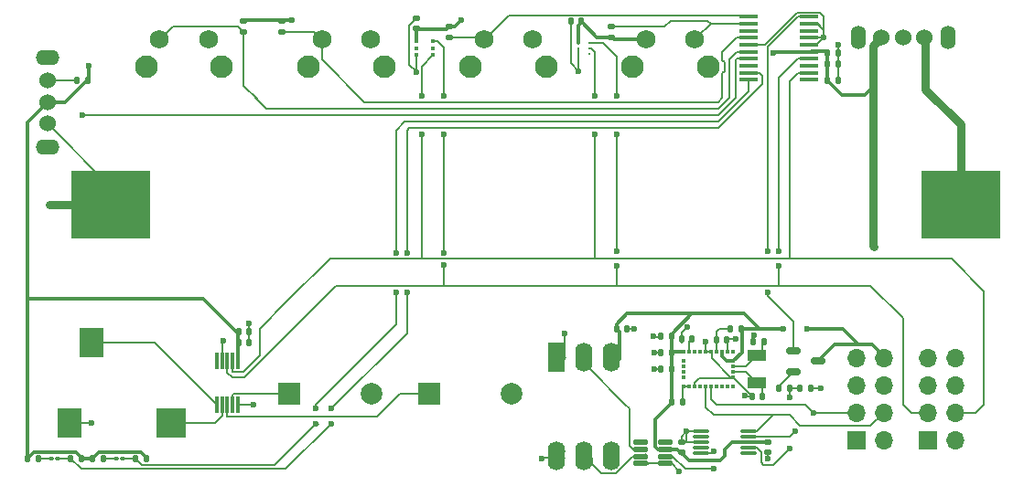
<source format=gbr>
%TF.GenerationSoftware,KiCad,Pcbnew,8.0.3*%
%TF.CreationDate,2024-07-03T21:33:09+01:00*%
%TF.ProjectId,Peanut,5065616e-7574-42e6-9b69-6361645f7063,rev?*%
%TF.SameCoordinates,Original*%
%TF.FileFunction,Copper,L1,Top*%
%TF.FilePolarity,Positive*%
%FSLAX46Y46*%
G04 Gerber Fmt 4.6, Leading zero omitted, Abs format (unit mm)*
G04 Created by KiCad (PCBNEW 8.0.3) date 2024-07-03 21:33:09*
%MOMM*%
%LPD*%
G01*
G04 APERTURE LIST*
G04 Aperture macros list*
%AMRoundRect*
0 Rectangle with rounded corners*
0 $1 Rounding radius*
0 $2 $3 $4 $5 $6 $7 $8 $9 X,Y pos of 4 corners*
0 Add a 4 corners polygon primitive as box body*
4,1,4,$2,$3,$4,$5,$6,$7,$8,$9,$2,$3,0*
0 Add four circle primitives for the rounded corners*
1,1,$1+$1,$2,$3*
1,1,$1+$1,$4,$5*
1,1,$1+$1,$6,$7*
1,1,$1+$1,$8,$9*
0 Add four rect primitives between the rounded corners*
20,1,$1+$1,$2,$3,$4,$5,0*
20,1,$1+$1,$4,$5,$6,$7,0*
20,1,$1+$1,$6,$7,$8,$9,0*
20,1,$1+$1,$8,$9,$2,$3,0*%
G04 Aperture macros list end*
%TA.AperFunction,ComponentPad*%
%ADD10R,1.700000X1.700000*%
%TD*%
%TA.AperFunction,ComponentPad*%
%ADD11O,1.700000X1.700000*%
%TD*%
%TA.AperFunction,SMDPad,CuDef*%
%ADD12R,7.340000X6.350000*%
%TD*%
%TA.AperFunction,SMDPad,CuDef*%
%ADD13RoundRect,0.140000X0.140000X0.170000X-0.140000X0.170000X-0.140000X-0.170000X0.140000X-0.170000X0*%
%TD*%
%TA.AperFunction,SMDPad,CuDef*%
%ADD14R,1.800000X1.000000*%
%TD*%
%TA.AperFunction,SMDPad,CuDef*%
%ADD15RoundRect,0.150000X-0.512500X-0.150000X0.512500X-0.150000X0.512500X0.150000X-0.512500X0.150000X0*%
%TD*%
%TA.AperFunction,SMDPad,CuDef*%
%ADD16RoundRect,0.135000X-0.135000X-0.185000X0.135000X-0.185000X0.135000X0.185000X-0.135000X0.185000X0*%
%TD*%
%TA.AperFunction,SMDPad,CuDef*%
%ADD17R,0.406400X0.304800*%
%TD*%
%TA.AperFunction,SMDPad,CuDef*%
%ADD18RoundRect,0.140000X-0.140000X-0.170000X0.140000X-0.170000X0.140000X0.170000X-0.140000X0.170000X0*%
%TD*%
%TA.AperFunction,ComponentPad*%
%ADD19O,1.400000X2.200000*%
%TD*%
%TA.AperFunction,ComponentPad*%
%ADD20C,1.524000*%
%TD*%
%TA.AperFunction,SMDPad,CuDef*%
%ADD21R,1.676400X0.355600*%
%TD*%
%TA.AperFunction,SMDPad,CuDef*%
%ADD22R,0.431800X0.304800*%
%TD*%
%TA.AperFunction,SMDPad,CuDef*%
%ADD23R,0.304800X0.431800*%
%TD*%
%TA.AperFunction,SMDPad,CuDef*%
%ADD24C,0.260000*%
%TD*%
%TA.AperFunction,ComponentPad*%
%ADD25C,1.750000*%
%TD*%
%TA.AperFunction,ComponentPad*%
%ADD26C,2.100000*%
%TD*%
%TA.AperFunction,SMDPad,CuDef*%
%ADD27RoundRect,0.125000X-0.537500X-0.125000X0.537500X-0.125000X0.537500X0.125000X-0.537500X0.125000X0*%
%TD*%
%TA.AperFunction,SMDPad,CuDef*%
%ADD28R,2.800000X2.800000*%
%TD*%
%TA.AperFunction,SMDPad,CuDef*%
%ADD29R,2.200000X2.800000*%
%TD*%
%TA.AperFunction,ComponentPad*%
%ADD30O,2.200000X1.400000*%
%TD*%
%TA.AperFunction,SMDPad,CuDef*%
%ADD31RoundRect,0.135000X0.185000X-0.135000X0.185000X0.135000X-0.185000X0.135000X-0.185000X-0.135000X0*%
%TD*%
%TA.AperFunction,SMDPad,CuDef*%
%ADD32RoundRect,0.100000X0.130000X0.100000X-0.130000X0.100000X-0.130000X-0.100000X0.130000X-0.100000X0*%
%TD*%
%TA.AperFunction,SMDPad,CuDef*%
%ADD33R,0.330200X1.524000*%
%TD*%
%TA.AperFunction,SMDPad,CuDef*%
%ADD34RoundRect,0.135000X0.135000X0.185000X-0.135000X0.185000X-0.135000X-0.185000X0.135000X-0.185000X0*%
%TD*%
%TA.AperFunction,SMDPad,CuDef*%
%ADD35RoundRect,0.140000X0.170000X-0.140000X0.170000X0.140000X-0.170000X0.140000X-0.170000X-0.140000X0*%
%TD*%
%TA.AperFunction,SMDPad,CuDef*%
%ADD36RoundRect,0.135000X-0.185000X0.135000X-0.185000X-0.135000X0.185000X-0.135000X0.185000X0.135000X0*%
%TD*%
%TA.AperFunction,SMDPad,CuDef*%
%ADD37RoundRect,0.075000X-0.650000X-0.075000X0.650000X-0.075000X0.650000X0.075000X-0.650000X0.075000X0*%
%TD*%
%TA.AperFunction,ComponentPad*%
%ADD38C,2.000000*%
%TD*%
%TA.AperFunction,ComponentPad*%
%ADD39R,2.000000X2.000000*%
%TD*%
%TA.AperFunction,SMDPad,CuDef*%
%ADD40R,1.600000X2.700000*%
%TD*%
%TA.AperFunction,SMDPad,CuDef*%
%ADD41O,1.600000X2.700000*%
%TD*%
%TA.AperFunction,SMDPad,CuDef*%
%ADD42RoundRect,0.140000X-0.170000X0.140000X-0.170000X-0.140000X0.170000X-0.140000X0.170000X0.140000X0*%
%TD*%
%TA.AperFunction,ViaPad*%
%ADD43C,0.600000*%
%TD*%
%TA.AperFunction,Conductor*%
%ADD44C,0.150000*%
%TD*%
%TA.AperFunction,Conductor*%
%ADD45C,0.200000*%
%TD*%
%TA.AperFunction,Conductor*%
%ADD46C,0.300000*%
%TD*%
%TA.AperFunction,Conductor*%
%ADD47C,0.762000*%
%TD*%
G04 APERTURE END LIST*
D10*
%TO.P,J2,1,Pin_1*%
%TO.N,GND*%
X178850000Y-85300000D03*
D11*
%TO.P,J2,2,Pin_2*%
%TO.N,UART_TX*%
X181390000Y-85300000D03*
%TO.P,J2,3,Pin_3*%
%TO.N,SDA*%
X178850000Y-82760000D03*
%TO.P,J2,4,Pin_4*%
%TO.N,SCL*%
X181390000Y-82760000D03*
%TO.P,J2,5,Pin_5*%
%TO.N,Net-(J1-Pin_5)*%
X178850000Y-80220000D03*
%TO.P,J2,6,Pin_6*%
%TO.N,Net-(J1-Pin_6)*%
X181390000Y-80220000D03*
%TO.P,J2,7,Pin_7*%
%TO.N,UART_RX*%
X178850000Y-77680000D03*
%TO.P,J2,8,Pin_8*%
%TO.N,+3V3*%
X181390000Y-77680000D03*
%TD*%
D12*
%TO.P,BT1,2,-*%
%TO.N,GND*%
X103170000Y-63500000D03*
%TO.P,BT1,1,+*%
%TO.N,Net-(BT1-+)*%
X181830000Y-63500000D03*
%TD*%
D13*
%TO.P,C5,2*%
%TO.N,GND*%
X154120000Y-78700000D03*
%TO.P,C5,1*%
%TO.N,+3V3*%
X155080000Y-78700000D03*
%TD*%
D14*
%TO.P,Y1,2*%
%TO.N,Net-(U1-XOUT32{slash}CLKSEL1)*%
X163000000Y-80000000D03*
%TO.P,Y1,1*%
%TO.N,Net-(U1-XIN32)*%
X163000000Y-77500000D03*
%TD*%
D15*
%TO.P,Q1,3,C*%
%TO.N,+3V3*%
X168637500Y-78000000D03*
%TO.P,Q1,2,E*%
%TO.N,Net-(Q1-E)*%
X166362500Y-78950000D03*
%TO.P,Q1,1,B*%
%TO.N,/DigitalMuxer/P2*%
X166362500Y-77050000D03*
%TD*%
D16*
%TO.P,R14,2*%
%TO.N,Net-(U7-AIN3)*%
X166010000Y-80500000D03*
%TO.P,R14,1*%
%TO.N,Net-(Q1-E)*%
X164990000Y-80500000D03*
%TD*%
D17*
%TO.P,U4,6,SDA*%
%TO.N,SDA*%
X133049400Y-48350001D03*
%TO.P,U4,5,INT*%
%TO.N,/Light Sensor/INT*%
X133049400Y-49000000D03*
%TO.P,U4,4,SCL*%
%TO.N,SCL*%
X133049400Y-49649999D03*
%TO.P,U4,3,GND*%
%TO.N,GND*%
X131500000Y-49649999D03*
%TO.P,U4,2,NC*%
%TO.N,unconnected-(U4-NC-Pad2)*%
X131500000Y-49000000D03*
%TO.P,U4,1,VDD*%
%TO.N,+3V3*%
X131500000Y-48350001D03*
%TD*%
D18*
%TO.P,C2,2*%
%TO.N,Net-(U1-CAP)*%
X156980000Y-75950000D03*
%TO.P,C2,1*%
%TO.N,GND*%
X156020000Y-75950000D03*
%TD*%
D16*
%TO.P,R1,2*%
%TO.N,+3V3*%
X161510000Y-75000000D03*
%TO.P,R1,1*%
%TO.N,Net-(U1-BOOTN)*%
X160490000Y-75000000D03*
%TD*%
D13*
%TO.P,C4,2*%
%TO.N,GND*%
X154120000Y-77200000D03*
%TO.P,C4,1*%
%TO.N,+3V3*%
X155080000Y-77200000D03*
%TD*%
D18*
%TO.P,C10,1*%
%TO.N,+3V3*%
X169520000Y-51950000D03*
%TO.P,C10,2*%
%TO.N,GND*%
X170480000Y-51950000D03*
%TD*%
D19*
%TO.P,SW6,5*%
%TO.N,N/C*%
X180650000Y-48000000D03*
%TO.P,SW6,4*%
X172350000Y-48000000D03*
D20*
%TO.P,SW6,3*%
%TO.N,+3V3*%
X174500000Y-48000000D03*
%TO.P,SW6,2*%
%TO.N,unconnected-(SW6-Pad2)*%
X176500000Y-48000000D03*
%TO.P,SW6,1*%
%TO.N,Net-(BT1-+)*%
X178500000Y-48000000D03*
%TD*%
D13*
%TO.P,C11,2*%
%TO.N,GND*%
X145795000Y-46500000D03*
%TO.P,C11,1*%
%TO.N,+3V3*%
X146755000Y-46500000D03*
%TD*%
D21*
%TO.P,U2,20,P7*%
%TO.N,Net-(D2-K)*%
X162180600Y-51924998D03*
%TO.P,U2,19,P6*%
%TO.N,Net-(D1-K)*%
X162180600Y-51274999D03*
%TO.P,U2,18,NC*%
%TO.N,unconnected-(U2-NC-Pad18)*%
X162180600Y-50624998D03*
%TO.P,U2,17,P5*%
%TO.N,Net-(U2-P5)*%
X162180600Y-49974999D03*
%TO.P,U2,16,P4*%
%TO.N,Net-(U2-P4)*%
X162180600Y-49324998D03*
%TO.P,U2,15,GND*%
%TO.N,GND*%
X162180600Y-48674999D03*
%TO.P,U2,14,P3*%
%TO.N,Net-(U2-P3)*%
X162180600Y-48024998D03*
%TO.P,U2,13,NC*%
%TO.N,unconnected-(U2-NC-Pad13)*%
X162180600Y-47374999D03*
%TO.P,U2,12,P2*%
%TO.N,Net-(U2-P2)*%
X162180600Y-46724998D03*
%TO.P,U2,11,P1*%
%TO.N,Net-(U2-P1)*%
X162180600Y-46075000D03*
%TO.P,U2,10,P0*%
%TO.N,/DigitalMuxer/P2*%
X167819400Y-46075002D03*
%TO.P,U2,9,A2*%
%TO.N,GND*%
X167819400Y-46725001D03*
%TO.P,U2,8,NC*%
%TO.N,unconnected-(U2-NC-Pad8)*%
X167819400Y-47375002D03*
%TO.P,U2,7,A1*%
%TO.N,GND*%
X167819400Y-48025001D03*
%TO.P,U2,6,A0*%
X167819400Y-48675002D03*
%TO.P,U2,5,VCC*%
%TO.N,+3V3*%
X167819400Y-49325001D03*
%TO.P,U2,4,SDA*%
%TO.N,SDA*%
X167819400Y-49974999D03*
%TO.P,U2,3,NC*%
%TO.N,unconnected-(U2-NC-Pad3)*%
X167819400Y-50625001D03*
%TO.P,U2,2,SCL*%
%TO.N,SCL*%
X167819400Y-51274999D03*
%TO.P,U2,1,\u002AINT*%
%TO.N,/DigitalMuxer/~{INT}*%
X167819400Y-51925000D03*
%TD*%
D13*
%TO.P,C3,2*%
%TO.N,GND*%
X154120000Y-75700000D03*
%TO.P,C3,1*%
%TO.N,+3V3*%
X155080000Y-75700000D03*
%TD*%
D22*
%TO.P,U1,28,VDDIO*%
%TO.N,+3V3*%
X160786000Y-77999999D03*
%TO.P,U1,27,XIN32*%
%TO.N,Net-(U1-XIN32)*%
X160786000Y-78500000D03*
%TO.P,U1,26,XOUT32/CLKSEL1*%
%TO.N,Net-(U1-XOUT32{slash}CLKSEL1)*%
X160786000Y-79000000D03*
%TO.P,U1,25,GNDIO*%
%TO.N,GND*%
X160786000Y-79500001D03*
D23*
%TO.P,U1,24,RESV_NC*%
%TO.N,unconnected-(U1-RESV_NC-Pad24)*%
X160750001Y-80337500D03*
%TO.P,U1,23,RESV_NC*%
%TO.N,unconnected-(U1-RESV_NC-Pad23)*%
X160249999Y-80337500D03*
%TO.P,U1,22,RESV_NC*%
%TO.N,unconnected-(U1-RESV_NC-Pad22)*%
X159750000Y-80337500D03*
%TO.P,U1,21,RESV_NC*%
%TO.N,unconnected-(U1-RESV_NC-Pad21)*%
X159250001Y-80337500D03*
%TO.P,U1,20,H_SDA/H_MISO/TX*%
%TO.N,SDA*%
X158750000Y-80337500D03*
%TO.P,U1,19,H_SCL/SCK/RX*%
%TO.N,SCL*%
X158250000Y-80337500D03*
%TO.P,U1,18,H_CSN*%
%TO.N,unconnected-(U1-H_CSN-Pad18)*%
X157749999Y-80337500D03*
%TO.P,U1,17,SA0/H_MOSI*%
%TO.N,GND*%
X157250000Y-80337500D03*
%TO.P,U1,16,S_SDA*%
%TO.N,Net-(U1-S_SCL)*%
X156750001Y-80337500D03*
%TO.P,U1,15,S_SCL*%
X156249999Y-80337500D03*
D22*
%TO.P,U1,14,H_INTN*%
%TO.N,/Motion Sensor/INT*%
X156214000Y-79500001D03*
%TO.P,U1,13,RESV_NC*%
%TO.N,unconnected-(U1-RESV_NC-Pad13)*%
X156214000Y-79000000D03*
%TO.P,U1,12,RESV_NC*%
%TO.N,unconnected-(U1-RESV_NC-Pad12)*%
X156214000Y-78500000D03*
%TO.P,U1,11,NRST*%
%TO.N,/Motion Sensor/RST*%
X156214000Y-77999999D03*
D23*
%TO.P,U1,10,CLKSEL0*%
%TO.N,+3V3*%
X156249999Y-77162500D03*
%TO.P,U1,9,CAP*%
%TO.N,Net-(U1-CAP)*%
X156750001Y-77162500D03*
%TO.P,U1,8,RESV_NC*%
%TO.N,unconnected-(U1-RESV_NC-Pad8)*%
X157250000Y-77162500D03*
%TO.P,U1,7,RESV_NC*%
%TO.N,unconnected-(U1-RESV_NC-Pad7)*%
X157749999Y-77162500D03*
%TO.P,U1,6,PS0/WAKE*%
%TO.N,GND*%
X158250000Y-77162500D03*
%TO.P,U1,5,PS1*%
X158750000Y-77162500D03*
%TO.P,U1,4,BOOTN*%
%TO.N,Net-(U1-BOOTN)*%
X159250001Y-77162500D03*
%TO.P,U1,3,VDD*%
%TO.N,+3V3*%
X159750000Y-77162500D03*
%TO.P,U1,2,GND*%
%TO.N,GND*%
X160249999Y-77162500D03*
%TO.P,U1,1,RESV_NC*%
%TO.N,unconnected-(U1-RESV_NC-Pad1)*%
X160750001Y-77162500D03*
%TD*%
D18*
%TO.P,C1,2*%
%TO.N,GND*%
X160180000Y-76000000D03*
%TO.P,C1,1*%
%TO.N,Net-(U1-BOOTN)*%
X159220000Y-76000000D03*
%TD*%
D24*
%TO.P,U3,C2,DRDY/INT*%
%TO.N,/Temperature and Humidity/INT*%
X147500000Y-49500000D03*
%TO.P,U3,C1,GND*%
%TO.N,GND*%
X146500000Y-49500000D03*
%TO.P,U3,B2,SCL*%
%TO.N,SCL*%
X147500000Y-49000000D03*
%TO.P,U3,B1,ADDR*%
%TO.N,GND*%
X146500000Y-49000000D03*
%TO.P,U3,A2,SDA*%
%TO.N,SDA*%
X147500000Y-48500000D03*
%TO.P,U3,A1,VDD*%
%TO.N,+3V3*%
X146500000Y-48500000D03*
%TD*%
D13*
%TO.P,C6,2*%
%TO.N,GND*%
X162670000Y-76200000D03*
%TO.P,C6,1*%
%TO.N,Net-(U1-XIN32)*%
X163630000Y-76200000D03*
%TD*%
D25*
%TO.P,SW1,2*%
%TO.N,+3V3*%
X112225000Y-48212500D03*
%TO.P,SW1,1*%
%TO.N,Net-(U2-P4)*%
X107725000Y-48212500D03*
D26*
%TO.P,SW1,*%
%TO.N,*%
X113485000Y-50702500D03*
X106475000Y-50702500D03*
%TD*%
D16*
%TO.P,R11,2*%
%TO.N,Net-(D1-A)*%
X96510000Y-87000000D03*
%TO.P,R11,1*%
%TO.N,+3V3*%
X95490000Y-87000000D03*
%TD*%
D18*
%TO.P,C13,2*%
%TO.N,GND*%
X150980000Y-75000000D03*
%TO.P,C13,1*%
%TO.N,+3V3*%
X150020000Y-75000000D03*
%TD*%
D13*
%TO.P,C14,2*%
%TO.N,+3V3*%
X115040000Y-76300000D03*
%TO.P,C14,1*%
%TO.N,GND*%
X116000000Y-76300000D03*
%TD*%
D27*
%TO.P,U8,1,GS*%
%TO.N,unconnected-(U8-GS-Pad1)*%
X152262500Y-85525000D03*
%TO.P,U8,2,-*%
%TO.N,Net-(U6-VOUT+)*%
X152262500Y-86175000D03*
%TO.P,U8,3,+*%
%TO.N,Net-(U6-VOUT-)*%
X152262500Y-86825000D03*
%TO.P,U8,4,V-*%
%TO.N,GND*%
X152262500Y-87475000D03*
%TO.P,U8,5,REF*%
X154537500Y-87475000D03*
%TO.P,U8,6*%
%TO.N,Net-(U7-AIN1)*%
X154537500Y-86825000D03*
%TO.P,U8,7,V+*%
%TO.N,+3V3*%
X154537500Y-86175000D03*
%TO.P,U8,8,~{SHDN}*%
%TO.N,/Pressure and ADC/~{SHDN}*%
X154537500Y-85525000D03*
%TD*%
D28*
%TO.P,J3,T*%
%TO.N,Net-(U5-VOUTB)*%
X108800000Y-83700000D03*
D29*
%TO.P,J3,S*%
%TO.N,GND*%
X99400000Y-83700000D03*
%TO.P,J3,R*%
%TO.N,Net-(U5-VOUTA)*%
X101400000Y-76300000D03*
%TD*%
D13*
%TO.P,C15,2*%
%TO.N,+3V3*%
X115040000Y-75300000D03*
%TO.P,C15,1*%
%TO.N,GND*%
X116000000Y-75300000D03*
%TD*%
D11*
%TO.P,J1,8,Pin_8*%
%TO.N,+3V3*%
X174750000Y-77680000D03*
%TO.P,J1,7,Pin_7*%
%TO.N,UART_RX*%
X172210000Y-77680000D03*
%TO.P,J1,6,Pin_6*%
%TO.N,Net-(J1-Pin_6)*%
X174750000Y-80220000D03*
%TO.P,J1,5,Pin_5*%
%TO.N,Net-(J1-Pin_5)*%
X172210000Y-80220000D03*
%TO.P,J1,4,Pin_4*%
%TO.N,SCL*%
X174750000Y-82760000D03*
%TO.P,J1,3,Pin_3*%
%TO.N,SDA*%
X172210000Y-82760000D03*
%TO.P,J1,2,Pin_2*%
%TO.N,UART_TX*%
X174750000Y-85300000D03*
D10*
%TO.P,J1,1,Pin_1*%
%TO.N,GND*%
X172210000Y-85300000D03*
%TD*%
D30*
%TO.P,SW5,5*%
%TO.N,N/C*%
X97325000Y-49850000D03*
%TO.P,SW5,4*%
X97325000Y-58150000D03*
D20*
%TO.P,SW5,3*%
%TO.N,GND*%
X97325000Y-56000000D03*
%TO.P,SW5,2*%
%TO.N,+3V3*%
X97325000Y-54000000D03*
%TO.P,SW5,1*%
%TO.N,Net-(U2-P5)*%
X97325000Y-52000000D03*
%TD*%
D31*
%TO.P,R6,2*%
%TO.N,Net-(U2-P2)*%
X149500000Y-46990000D03*
%TO.P,R6,1*%
%TO.N,+3V3*%
X149500000Y-48010000D03*
%TD*%
D26*
%TO.P,SW2,*%
%TO.N,*%
X121475000Y-50702500D03*
X128485000Y-50702500D03*
D25*
%TO.P,SW2,1*%
%TO.N,Net-(U2-P3)*%
X122725000Y-48212500D03*
%TO.P,SW2,2*%
%TO.N,+3V3*%
X127225000Y-48212500D03*
%TD*%
D32*
%TO.P,D1,2,A*%
%TO.N,Net-(D1-A)*%
X97680000Y-87000000D03*
%TO.P,D1,1,K*%
%TO.N,Net-(D1-K)*%
X98320000Y-87000000D03*
%TD*%
D25*
%TO.P,SW4,2*%
%TO.N,Net-(U2-P2)*%
X157225000Y-48212500D03*
%TO.P,SW4,1*%
%TO.N,+3V3*%
X152725000Y-48212500D03*
D26*
%TO.P,SW4,*%
%TO.N,*%
X158485000Y-50702500D03*
X151475000Y-50702500D03*
%TD*%
D33*
%TO.P,U5,10,VSS*%
%TO.N,GND*%
X115000001Y-82044700D03*
%TO.P,U5,9,VOUTD*%
%TO.N,Net-(BZ1-+)*%
X114499999Y-82044700D03*
%TO.P,U5,8,VOUTC*%
%TO.N,Net-(BZ2-+)*%
X114000000Y-82044700D03*
%TO.P,U5,7,VOUTB*%
%TO.N,Net-(U5-VOUTB)*%
X113500001Y-82044700D03*
%TO.P,U5,6,VOUTA*%
%TO.N,Net-(U5-VOUTA)*%
X112999999Y-82044700D03*
%TO.P,U5,5,RDY/~{BSY}*%
%TO.N,/DAC and Sound/RDY{slash}~{BSY}*%
X112999999Y-77955300D03*
%TO.P,U5,4,~{LDAC}*%
%TO.N,GND*%
X113500001Y-77955300D03*
%TO.P,U5,3,SDA*%
%TO.N,SDA*%
X114000000Y-77955300D03*
%TO.P,U5,2,SCL*%
%TO.N,SCL*%
X114499999Y-77955300D03*
%TO.P,U5,1,VDD*%
%TO.N,+3V3*%
X115000001Y-77955300D03*
%TD*%
D34*
%TO.P,R7,1*%
%TO.N,+3V3*%
X101110000Y-52000000D03*
%TO.P,R7,2*%
%TO.N,Net-(U2-P5)*%
X100090000Y-52000000D03*
%TD*%
D35*
%TO.P,C12,2*%
%TO.N,GND*%
X131500000Y-46220000D03*
%TO.P,C12,1*%
%TO.N,+3V3*%
X131500000Y-47180000D03*
%TD*%
D36*
%TO.P,R5,2*%
%TO.N,Net-(U2-P1)*%
X134500000Y-48010000D03*
%TO.P,R5,1*%
%TO.N,+3V3*%
X134500000Y-46990000D03*
%TD*%
D16*
%TO.P,R15,2*%
%TO.N,GND*%
X168010000Y-80500000D03*
%TO.P,R15,1*%
%TO.N,Net-(U7-AIN3)*%
X166990000Y-80500000D03*
%TD*%
D34*
%TO.P,R10,2*%
%TO.N,Net-(D1-K)*%
X99490000Y-87000000D03*
%TO.P,R10,1*%
%TO.N,+3V3*%
X100510000Y-87000000D03*
%TD*%
D36*
%TO.P,R3,2*%
%TO.N,Net-(U2-P4)*%
X115500000Y-47510000D03*
%TO.P,R3,1*%
%TO.N,+3V3*%
X115500000Y-46490000D03*
%TD*%
D18*
%TO.P,C8,1*%
%TO.N,+3V3*%
X169520000Y-49450000D03*
%TO.P,C8,2*%
%TO.N,GND*%
X170480000Y-49450000D03*
%TD*%
D36*
%TO.P,R4,2*%
%TO.N,Net-(U2-P3)*%
X119000000Y-47510000D03*
%TO.P,R4,1*%
%TO.N,+3V3*%
X119000000Y-46490000D03*
%TD*%
D18*
%TO.P,C9,1*%
%TO.N,+3V3*%
X169520000Y-50450000D03*
%TO.P,C9,2*%
%TO.N,GND*%
X170480000Y-50450000D03*
%TD*%
D37*
%TO.P,U7,10,SCL*%
%TO.N,SCL*%
X162200000Y-84500000D03*
%TO.P,U7,9,SDA*%
%TO.N,SDA*%
X162200000Y-85000000D03*
%TO.P,U7,8,VDD*%
%TO.N,+3V3*%
X162200000Y-85500000D03*
%TO.P,U7,7,AIN3*%
%TO.N,Net-(U7-AIN3)*%
X162200000Y-86000000D03*
%TO.P,U7,6,AIN2*%
%TO.N,unconnected-(U7-AIN2-Pad6)*%
X162200000Y-86500000D03*
%TO.P,U7,5,AIN1*%
%TO.N,Net-(U7-AIN1)*%
X157800000Y-86500000D03*
%TO.P,U7,4,AIN0*%
%TO.N,unconnected-(U7-AIN0-Pad4)*%
X157800000Y-86000000D03*
%TO.P,U7,3,GND*%
%TO.N,GND*%
X157800000Y-85500000D03*
%TO.P,U7,2,ALERT/RDY*%
%TO.N,/Pressure and ADC/ALERT{slash}RDY*%
X157800000Y-85000000D03*
%TO.P,U7,1,ADDR*%
%TO.N,GND*%
X157800000Y-84500000D03*
%TD*%
D38*
%TO.P,BZ1,2,-*%
%TO.N,GND*%
X127300000Y-81000000D03*
D39*
%TO.P,BZ1,1,+*%
%TO.N,Net-(BZ1-+)*%
X119700000Y-81000000D03*
%TD*%
D34*
%TO.P,R9,2*%
%TO.N,Net-(D2-K)*%
X105490000Y-87000000D03*
%TO.P,R9,1*%
%TO.N,+3V3*%
X106510000Y-87000000D03*
%TD*%
D13*
%TO.P,C7,2*%
%TO.N,GND*%
X162570000Y-81300000D03*
%TO.P,C7,1*%
%TO.N,Net-(U1-XOUT32{slash}CLKSEL1)*%
X163530000Y-81300000D03*
%TD*%
D16*
%TO.P,R2,2*%
%TO.N,Net-(U1-S_SCL)*%
X156110000Y-81800000D03*
%TO.P,R2,1*%
%TO.N,+3V3*%
X155090000Y-81800000D03*
%TD*%
D32*
%TO.P,D2,2,A*%
%TO.N,Net-(D2-A)*%
X103680000Y-87000000D03*
%TO.P,D2,1,K*%
%TO.N,Net-(D2-K)*%
X104320000Y-87000000D03*
%TD*%
D16*
%TO.P,R12,2*%
%TO.N,Net-(D2-A)*%
X102510000Y-87000000D03*
%TO.P,R12,1*%
%TO.N,+3V3*%
X101490000Y-87000000D03*
%TD*%
D25*
%TO.P,SW3,2*%
%TO.N,+3V3*%
X142225000Y-48212500D03*
%TO.P,SW3,1*%
%TO.N,Net-(U2-P1)*%
X137725000Y-48212500D03*
D26*
%TO.P,SW3,*%
%TO.N,*%
X143485000Y-50702500D03*
X136475000Y-50702500D03*
%TD*%
D40*
%TO.P,U6,1,GND*%
%TO.N,GND*%
X144460000Y-77600000D03*
D41*
%TO.P,U6,2,VOUT+*%
%TO.N,Net-(U6-VOUT+)*%
X147000000Y-77600000D03*
%TO.P,U6,3,VIN+*%
%TO.N,+3V3*%
X149540000Y-77600000D03*
%TO.P,U6,4,NC*%
%TO.N,unconnected-(U6-NC-Pad4)*%
X149540000Y-86800000D03*
%TO.P,U6,5,VOUT-*%
%TO.N,Net-(U6-VOUT-)*%
X147000000Y-86800000D03*
%TO.P,U6,6,GND*%
%TO.N,GND*%
X144460000Y-86800000D03*
%TD*%
D42*
%TO.P,C17,1*%
%TO.N,+3V3*%
X164000000Y-85520000D03*
%TO.P,C17,2*%
%TO.N,GND*%
X164000000Y-86480000D03*
%TD*%
D38*
%TO.P,BZ2,2,-*%
%TO.N,GND*%
X140300000Y-81000000D03*
D39*
%TO.P,BZ2,1,+*%
%TO.N,Net-(BZ2-+)*%
X132700000Y-81000000D03*
%TD*%
D35*
%TO.P,C16,1*%
%TO.N,+3V3*%
X156000000Y-86480000D03*
%TO.P,C16,2*%
%TO.N,GND*%
X156000000Y-85520000D03*
%TD*%
D43*
%TO.N,GND*%
X131473000Y-51200000D03*
X143100000Y-87000000D03*
X145200000Y-75400000D03*
X116000000Y-74500000D03*
X101400000Y-83700000D03*
X97500000Y-63500000D03*
X146500000Y-51100000D03*
X169200000Y-48000000D03*
X170475000Y-48650000D03*
X168900000Y-80500000D03*
X164000000Y-87073000D03*
X155800000Y-88200000D03*
X156500000Y-84500000D03*
X161900000Y-81200000D03*
X162700000Y-75577000D03*
X161023000Y-75950000D03*
X158200000Y-76200000D03*
X156525000Y-74875000D03*
X151600000Y-75000000D03*
X153400000Y-75700000D03*
X153500000Y-77200000D03*
X153500000Y-78700000D03*
X113600000Y-76100000D03*
X116400000Y-82000000D03*
%TO.N,+3V3*%
X167600000Y-75000000D03*
X165400000Y-75000000D03*
X135600000Y-46400000D03*
X120000000Y-46400000D03*
X101200000Y-50600000D03*
X164527000Y-49400000D03*
X173800000Y-67400000D03*
%TO.N,Net-(D1-K)*%
X123600000Y-83800000D03*
X123600000Y-82400000D03*
%TO.N,Net-(D2-K)*%
X122200000Y-83800000D03*
X122200000Y-82400000D03*
%TO.N,Net-(D1-K)*%
X130600000Y-71600000D03*
%TO.N,Net-(D2-K)*%
X129600000Y-71600000D03*
%TO.N,SDA*%
X134000000Y-57000000D03*
X134000000Y-67973000D03*
X150000000Y-67800000D03*
X150000000Y-57000000D03*
%TO.N,/DigitalMuxer/P2*%
X164000000Y-71600000D03*
%TO.N,Net-(U2-P5)*%
X100600000Y-55200000D03*
%TO.N,SDA*%
X166500000Y-84500000D03*
%TO.N,SCL*%
X148000000Y-53400000D03*
X132000000Y-53400000D03*
%TO.N,/DigitalMuxer/P2*%
X164000000Y-67800000D03*
%TO.N,SDA*%
X134000000Y-53400000D03*
X134000000Y-69088000D03*
%TO.N,SCL*%
X132000000Y-57000000D03*
%TO.N,Net-(D1-K)*%
X130600000Y-67973000D03*
%TO.N,Net-(D2-K)*%
X129600000Y-67973000D03*
%TO.N,SDA*%
X165000000Y-69200000D03*
X150000000Y-69200000D03*
X165000000Y-67800000D03*
%TO.N,Net-(U7-AIN3)*%
X166000000Y-81400000D03*
%TO.N,Net-(U7-AIN1)*%
X159000000Y-86350000D03*
X159000000Y-88000000D03*
%TO.N,SDA*%
X150000000Y-53400000D03*
%TO.N,Net-(U7-AIN3)*%
X166000000Y-86100000D03*
%TO.N,SCL*%
X148000000Y-57000000D03*
%TO.N,SDA*%
X168260000Y-82760000D03*
%TD*%
D44*
%TO.N,GND*%
X146500000Y-51100000D02*
X145800000Y-50400000D01*
X145800000Y-50400000D02*
X145800000Y-46500000D01*
X146500000Y-49500000D02*
X146500000Y-51100000D01*
X130800000Y-50500000D02*
X131473000Y-51173000D01*
X130800000Y-46920000D02*
X130800000Y-50500000D01*
X131473000Y-51173000D02*
X131473000Y-51200000D01*
X131500000Y-46220000D02*
X130800000Y-46920000D01*
X131500000Y-49649999D02*
X131500000Y-51200000D01*
D45*
%TO.N,SDA*%
X148749533Y-48500000D02*
X147500000Y-48500000D01*
X150000000Y-49750467D02*
X148749533Y-48500000D01*
D44*
%TO.N,GND*%
X169200000Y-46035602D02*
X169200000Y-48000000D01*
%TO.N,Net-(U7-AIN1)*%
X155199999Y-86825000D02*
X156374999Y-88000000D01*
X156374999Y-88000000D02*
X157800000Y-88000000D01*
X154537500Y-86825000D02*
X155199999Y-86825000D01*
%TO.N,GND*%
X155075000Y-87475000D02*
X152925000Y-87475000D01*
X155800000Y-88200000D02*
X155075000Y-87475000D01*
X152925000Y-87475000D02*
X152900000Y-87500000D01*
%TO.N,Net-(U6-VOUT+)*%
X147200000Y-78400000D02*
X147200000Y-77800000D01*
X150800000Y-82000000D02*
X147200000Y-78400000D01*
X151209911Y-82409911D02*
X150800000Y-82000000D01*
X151209911Y-85809911D02*
X151209911Y-82409911D01*
X151575000Y-86175000D02*
X151209911Y-85809911D01*
X152262500Y-86175000D02*
X151575000Y-86175000D01*
%TO.N,Net-(U6-VOUT-)*%
X148600000Y-88400000D02*
X147000000Y-86800000D01*
X149907042Y-88400000D02*
X148600000Y-88400000D01*
X151482042Y-86825000D02*
X149907042Y-88400000D01*
X152262500Y-86825000D02*
X151482042Y-86825000D01*
D46*
%TO.N,+3V3*%
X156722614Y-87200000D02*
X157800000Y-87200000D01*
X156122614Y-86600000D02*
X156722614Y-87200000D01*
X156000000Y-86600000D02*
X156122614Y-86600000D01*
X154537500Y-86175000D02*
X155575000Y-86175000D01*
X155575000Y-86175000D02*
X156000000Y-86600000D01*
X153598000Y-83402000D02*
X155200000Y-81800000D01*
X153598000Y-85897999D02*
X153598000Y-83402000D01*
X153875001Y-86175000D02*
X153598000Y-85897999D01*
X154537500Y-86175000D02*
X153875001Y-86175000D01*
D44*
%TO.N,GND*%
X156000000Y-85000000D02*
X156400000Y-84600000D01*
X156000000Y-85520000D02*
X156000000Y-85000000D01*
X169200000Y-47300000D02*
X168600000Y-46700000D01*
X169200000Y-48000000D02*
X169200000Y-47300000D01*
X168524998Y-48675002D02*
X167819400Y-48675002D01*
X169200000Y-48000000D02*
X168524998Y-48675002D01*
X169125001Y-48025001D02*
X169200000Y-48100000D01*
X167819400Y-48025001D02*
X169125001Y-48025001D01*
D46*
%TO.N,+3V3*%
X172979000Y-53321000D02*
X173800000Y-52500000D01*
X170891000Y-53321000D02*
X172979000Y-53321000D01*
D44*
%TO.N,GND*%
X160249999Y-76000001D02*
X160250000Y-76000000D01*
X160249999Y-77162500D02*
X160249999Y-76000001D01*
X160050000Y-75950000D02*
X160000000Y-76000000D01*
X161023000Y-75950000D02*
X160050000Y-75950000D01*
%TO.N,Net-(U1-BOOTN)*%
X159250001Y-75250001D02*
X159250000Y-75250000D01*
X159250001Y-77162500D02*
X159250001Y-75250001D01*
%TO.N,Net-(U1-CAP)*%
X156750001Y-76199999D02*
X157000000Y-75950000D01*
X156750001Y-77162500D02*
X156750001Y-76199999D01*
%TO.N,GND*%
X156020000Y-75380000D02*
X156020000Y-76250000D01*
X156525000Y-74875000D02*
X156020000Y-75380000D01*
D46*
%TO.N,+3V3*%
X134300000Y-47200000D02*
X134500000Y-47000000D01*
X131500000Y-47200000D02*
X134300000Y-47200000D01*
X131500000Y-48350001D02*
X131500000Y-47200000D01*
X155162500Y-77162500D02*
X155150000Y-77150000D01*
X156249999Y-77162500D02*
X155162500Y-77162500D01*
X156983998Y-73600000D02*
X157500000Y-73600000D01*
X155100000Y-75700000D02*
X155100000Y-75483998D01*
X155090000Y-75710000D02*
X155100000Y-75700000D01*
X155100000Y-75483998D02*
X156983998Y-73600000D01*
X155090000Y-81800000D02*
X155090000Y-75710000D01*
D44*
%TO.N,GND*%
X143125200Y-86974800D02*
X143100000Y-87000000D01*
X145186400Y-86974800D02*
X143125200Y-86974800D01*
X145186400Y-75413600D02*
X145200000Y-75400000D01*
X145186400Y-77774800D02*
X145186400Y-75413600D01*
X116000000Y-76300000D02*
X116000000Y-74500000D01*
X99400000Y-83700000D02*
X101400000Y-83700000D01*
D47*
X103170000Y-63500000D02*
X97500000Y-63500000D01*
D44*
X103100000Y-61775000D02*
X103100000Y-63700000D01*
X97325000Y-56000000D02*
X103100000Y-61775000D01*
X167819400Y-48025001D02*
X168625001Y-48025001D01*
X168625001Y-46725001D02*
X169200000Y-47300000D01*
X167819400Y-46725001D02*
X168625001Y-46725001D01*
X168859600Y-45695202D02*
X169200000Y-46035602D01*
X166733908Y-45695202D02*
X168859600Y-45695202D01*
X170480000Y-51950000D02*
X170480000Y-48655000D01*
X168010000Y-80500000D02*
X168900000Y-80500000D01*
X164000000Y-86480000D02*
X164000000Y-87073000D01*
X156500000Y-84700000D02*
X156600000Y-84600000D01*
X156500000Y-85520000D02*
X156500000Y-84700000D01*
X157800000Y-84500000D02*
X156500000Y-84500000D01*
X161950000Y-81250000D02*
X161900000Y-81200000D01*
X162700000Y-81250000D02*
X161950000Y-81250000D01*
X162675000Y-75602000D02*
X162700000Y-75577000D01*
X162675000Y-76250000D02*
X162675000Y-75602000D01*
X158250000Y-76250000D02*
X158200000Y-76200000D01*
X158250000Y-77162500D02*
X158250000Y-76250000D01*
X150980000Y-75000000D02*
X151600000Y-75000000D01*
X153450000Y-75750000D02*
X153400000Y-75700000D01*
X154270000Y-75750000D02*
X153450000Y-75750000D01*
X153550000Y-77250000D02*
X153500000Y-77200000D01*
X154270000Y-77250000D02*
X153550000Y-77250000D01*
X153550000Y-78750000D02*
X153500000Y-78700000D01*
X154270000Y-78750000D02*
X153550000Y-78750000D01*
X113500001Y-76199999D02*
X113600000Y-76100000D01*
X113500001Y-77955300D02*
X113500001Y-76199999D01*
X116355300Y-82044700D02*
X116400000Y-82000000D01*
X115000001Y-82044700D02*
X116355300Y-82044700D01*
X157800000Y-85500000D02*
X156500000Y-85500000D01*
X160545601Y-79500001D02*
X158800000Y-77754400D01*
X158800000Y-77754400D02*
X158800000Y-77200000D01*
X160786000Y-79500001D02*
X160545601Y-79500001D01*
X157621600Y-79600000D02*
X160800000Y-79600000D01*
X157250000Y-79971600D02*
X157621600Y-79600000D01*
X157250000Y-80337500D02*
X157250000Y-79971600D01*
X158762500Y-77162500D02*
X158800000Y-77200000D01*
X158250000Y-77162500D02*
X158762500Y-77162500D01*
X162485999Y-81200000D02*
X162600000Y-81200000D01*
X160786000Y-79500001D02*
X162485999Y-81200000D01*
X167819400Y-46725001D02*
X167159000Y-46725001D01*
X146500000Y-49000000D02*
X146500000Y-49500000D01*
%TO.N,Net-(U6-VOUT+)*%
X152862500Y-86175000D02*
X152375000Y-86175000D01*
X152862500Y-86175000D02*
X152175000Y-86175000D01*
%TO.N,Net-(U6-VOUT-)*%
X147726400Y-86974800D02*
X147726400Y-87524800D01*
X152862500Y-86825000D02*
X152664500Y-86627000D01*
%TO.N,Net-(U1-S_SCL)*%
X156110000Y-80490000D02*
X156200000Y-80400000D01*
X156110000Y-81800000D02*
X156110000Y-80490000D01*
D46*
%TO.N,+3V3*%
X151000000Y-73600000D02*
X157800000Y-73600000D01*
X150020000Y-74580000D02*
X151000000Y-73600000D01*
X150020000Y-75000000D02*
X150020000Y-74580000D01*
X150266400Y-75266400D02*
X150000000Y-75000000D01*
X150266400Y-77774800D02*
X150266400Y-75266400D01*
X161600000Y-73600000D02*
X156800000Y-73600000D01*
X161800000Y-73600000D02*
X161600000Y-73600000D01*
X163200000Y-75000000D02*
X161800000Y-73600000D01*
X163200000Y-75000000D02*
X161600000Y-75000000D01*
X165400000Y-75000000D02*
X163200000Y-75000000D01*
X170920000Y-75000000D02*
X167600000Y-75000000D01*
X172400000Y-76480000D02*
X170920000Y-75000000D01*
X172400000Y-76480000D02*
X173680000Y-76480000D01*
X170157500Y-76480000D02*
X172400000Y-76480000D01*
X173680000Y-76480000D02*
X174800000Y-77600000D01*
X168637500Y-78000000D02*
X170157500Y-76480000D01*
X155237500Y-77162500D02*
X155200000Y-77200000D01*
X161600000Y-77200000D02*
X161600000Y-75000000D01*
X160800000Y-78000000D02*
X161600000Y-77200000D01*
X160220599Y-78000000D02*
X160800000Y-78000000D01*
X159750000Y-77529401D02*
X160220599Y-78000000D01*
X159750000Y-77162500D02*
X159750000Y-77529401D01*
X155230000Y-78770000D02*
X155200000Y-78800000D01*
X160000000Y-86800000D02*
X159600000Y-87200000D01*
X160000000Y-86166002D02*
X160000000Y-86800000D01*
X160666002Y-85500000D02*
X160000000Y-86166002D01*
X159600000Y-87200000D02*
X158400000Y-87200000D01*
X162200000Y-85500000D02*
X160666002Y-85500000D01*
X157220000Y-87200000D02*
X159000000Y-87200000D01*
X163900000Y-85500000D02*
X164000000Y-85600000D01*
X162200000Y-85500000D02*
X163900000Y-85500000D01*
X95490000Y-72200000D02*
X111800000Y-72200000D01*
X111800000Y-72200000D02*
X115000000Y-75400000D01*
X95490000Y-72200000D02*
X95490000Y-55910000D01*
X95490000Y-87000000D02*
X95490000Y-72200000D01*
X95490000Y-55910000D02*
X97400000Y-54000000D01*
X106003000Y-86403000D02*
X106600000Y-87000000D01*
X102087000Y-86403000D02*
X106003000Y-86403000D01*
X101490000Y-87000000D02*
X102087000Y-86403000D01*
X100003000Y-86403000D02*
X100600000Y-87000000D01*
X96087000Y-86403000D02*
X100003000Y-86403000D01*
X95490000Y-87000000D02*
X96087000Y-86403000D01*
X100510000Y-87000000D02*
X101400000Y-87000000D01*
X115000001Y-75400001D02*
X115000000Y-75400000D01*
X115000001Y-77955300D02*
X115000001Y-75400001D01*
X149812500Y-48212500D02*
X149600000Y-48000000D01*
X152725000Y-48212500D02*
X149812500Y-48212500D01*
X148200000Y-48000000D02*
X149600000Y-48000000D01*
X146800000Y-46600000D02*
X148200000Y-48000000D01*
X146500000Y-46900000D02*
X146800000Y-46600000D01*
X146500000Y-48500000D02*
X146500000Y-46900000D01*
X135000000Y-47000000D02*
X134600000Y-47000000D01*
X135600000Y-46400000D02*
X135000000Y-47000000D01*
D44*
%TO.N,Net-(U2-P4)*%
X115500000Y-52500000D02*
X116800000Y-53800000D01*
X115500000Y-47510000D02*
X115500000Y-52500000D01*
X115010000Y-47010000D02*
X115600000Y-47600000D01*
X108990000Y-47010000D02*
X115010000Y-47010000D01*
D46*
%TO.N,+3V3*%
X120000000Y-46400000D02*
X115400000Y-46400000D01*
D45*
%TO.N,Net-(U2-P4)*%
X159400000Y-54600000D02*
X117600000Y-54600000D01*
X117600000Y-54600000D02*
X116600000Y-53600000D01*
X160400000Y-53600000D02*
X159400000Y-54600000D01*
X161142400Y-49324998D02*
X160400000Y-50067398D01*
X160400000Y-50067398D02*
X160400000Y-53600000D01*
X162180600Y-49324998D02*
X161142400Y-49324998D01*
D44*
X108990000Y-47010000D02*
X107800000Y-48200000D01*
D45*
%TO.N,Net-(U2-P5)*%
X161142400Y-49974999D02*
X162180600Y-49974999D01*
X161000000Y-53600000D02*
X161000000Y-50117399D01*
X159400000Y-55200000D02*
X161000000Y-53600000D01*
X161000000Y-50117399D02*
X161142400Y-49974999D01*
X100600000Y-55200000D02*
X159400000Y-55200000D01*
D46*
%TO.N,+3V3*%
X98996398Y-54000000D02*
X97400000Y-54000000D01*
X101200000Y-51796398D02*
X98996398Y-54000000D01*
X101200000Y-50600000D02*
X101200000Y-51796398D01*
D44*
%TO.N,Net-(U2-P1)*%
X140012000Y-45988000D02*
X137800000Y-48200000D01*
X162093600Y-45988000D02*
X140012000Y-45988000D01*
X162180600Y-46075000D02*
X162093600Y-45988000D01*
D46*
%TO.N,+3V3*%
X164601999Y-49325001D02*
X164527000Y-49400000D01*
X167819400Y-49325001D02*
X164601999Y-49325001D01*
D47*
X173738001Y-67338001D02*
X173800000Y-67400000D01*
X173738001Y-48761999D02*
X173738001Y-67338001D01*
X174500000Y-48000000D02*
X173738001Y-48761999D01*
D46*
X169520000Y-51950000D02*
X170891000Y-53321000D01*
D47*
%TO.N,Net-(BT1-+)*%
X178600000Y-52800000D02*
X178600000Y-48000000D01*
X181800000Y-56000000D02*
X178600000Y-52800000D01*
X181830000Y-56030000D02*
X181800000Y-56000000D01*
X181830000Y-63500000D02*
X181830000Y-56030000D01*
D46*
%TO.N,+3V3*%
X169475000Y-49350000D02*
X169475000Y-51950000D01*
X169400001Y-49275001D02*
X169475000Y-49350000D01*
X168094400Y-49275001D02*
X169400001Y-49275001D01*
D44*
%TO.N,Net-(U2-P5)*%
X100090000Y-52000000D02*
X97400000Y-52000000D01*
%TO.N,Net-(D1-K)*%
X100490000Y-88000000D02*
X119400000Y-88000000D01*
X99490000Y-87000000D02*
X100490000Y-88000000D01*
%TO.N,Net-(D2-K)*%
X129600000Y-74600000D02*
X122200000Y-82000000D01*
X122200000Y-82000000D02*
X122200000Y-82400000D01*
X129600000Y-71600000D02*
X129600000Y-74600000D01*
%TO.N,Net-(D1-K)*%
X119400000Y-88000000D02*
X123600000Y-83800000D01*
%TO.N,Net-(D2-K)*%
X106090000Y-87600000D02*
X110400000Y-87600000D01*
X105490000Y-87000000D02*
X106090000Y-87600000D01*
X118400000Y-87600000D02*
X109600000Y-87600000D01*
X122200000Y-83800000D02*
X118400000Y-87600000D01*
D45*
X122400000Y-83800000D02*
X122406700Y-83800000D01*
D44*
%TO.N,Net-(D1-K)*%
X130600000Y-75400000D02*
X123600000Y-82400000D01*
X130600000Y-71600000D02*
X130600000Y-75400000D01*
D45*
%TO.N,Net-(BZ2-+)*%
X114000000Y-83137485D02*
X127862515Y-83137485D01*
X127862515Y-83137485D02*
X130000000Y-81000000D01*
X114000000Y-82044700D02*
X114000000Y-83137485D01*
X130000000Y-81000000D02*
X132700000Y-81000000D01*
D44*
%TO.N,Net-(BZ1-+)*%
X114632699Y-81000000D02*
X119600000Y-81000000D01*
X114499999Y-81132700D02*
X114632699Y-81000000D01*
X114499999Y-82044700D02*
X114499999Y-81132700D01*
D45*
%TO.N,SDA*%
X150000000Y-57000000D02*
X150000000Y-67800000D01*
%TO.N,Net-(D2-K)*%
X162180600Y-53019400D02*
X162180600Y-51924998D01*
X159400000Y-55800000D02*
X162180600Y-53019400D01*
X130400000Y-55800000D02*
X159400000Y-55800000D01*
X129600000Y-67973000D02*
X129600000Y-56600000D01*
X129600000Y-56600000D02*
X130400000Y-55800000D01*
%TO.N,Net-(D1-K)*%
X163218800Y-51274999D02*
X162180600Y-51274999D01*
X163500000Y-51556199D02*
X163218800Y-51274999D01*
X163500000Y-52300000D02*
X163500000Y-51556199D01*
X130800000Y-56400000D02*
X159400000Y-56400000D01*
X130600000Y-67973000D02*
X130600000Y-56600000D01*
X130600000Y-56600000D02*
X130800000Y-56400000D01*
X159400000Y-56400000D02*
X163500000Y-52300000D01*
%TO.N,SCL*%
X132000000Y-57000000D02*
X132000000Y-68500000D01*
%TO.N,SDA*%
X134000000Y-57000000D02*
X134000000Y-68000000D01*
%TO.N,Net-(U2-P3)*%
X126681689Y-54000000D02*
X122725000Y-50043311D01*
X122725000Y-50043311D02*
X122725000Y-48212500D01*
X159800000Y-53600000D02*
X159400000Y-54000000D01*
X159800000Y-51296689D02*
X159800000Y-53600000D01*
X159400000Y-54000000D02*
X126681689Y-54000000D01*
X160000000Y-50308311D02*
X160000000Y-51096689D01*
X159800000Y-49367398D02*
X159800000Y-50108311D01*
X160000000Y-51096689D02*
X159800000Y-51296689D01*
X161142400Y-48024998D02*
X159800000Y-49367398D01*
X159800000Y-50108311D02*
X160000000Y-50308311D01*
X162180600Y-48024998D02*
X161142400Y-48024998D01*
%TO.N,/DigitalMuxer/P2*%
X164000000Y-72000000D02*
X166362500Y-74362500D01*
X164000000Y-71600000D02*
X164000000Y-72000000D01*
X166362500Y-74362500D02*
X166362500Y-77050000D01*
X166781200Y-46075002D02*
X167819400Y-46075002D01*
X164000000Y-67800000D02*
X164000000Y-48856202D01*
X164000000Y-48856202D02*
X166781200Y-46075002D01*
%TO.N,SDA*%
X165000000Y-69200000D02*
X165000000Y-71000000D01*
X165000000Y-51756199D02*
X166781200Y-49974999D01*
X165000000Y-67800000D02*
X165000000Y-51756199D01*
X166781200Y-49974999D02*
X167819400Y-49974999D01*
%TO.N,SCL*%
X166000000Y-68500000D02*
X166000000Y-53600000D01*
%TO.N,SDA*%
X150000000Y-69200000D02*
X150000000Y-71000000D01*
%TO.N,SCL*%
X147683847Y-49000000D02*
X147500000Y-49000000D01*
X148000000Y-53400000D02*
X148000000Y-49316153D01*
X148000000Y-49316153D02*
X147683847Y-49000000D01*
%TO.N,SDA*%
X150000000Y-53400000D02*
X150000000Y-49750467D01*
X134000000Y-69088000D02*
X134000000Y-71000000D01*
%TO.N,Net-(U5-VOUTA)*%
X112999999Y-82044700D02*
X107255299Y-76300000D01*
%TO.N,Net-(U7-AIN1)*%
X159000000Y-86350000D02*
X158850000Y-86500000D01*
%TO.N,Net-(U7-AIN3)*%
X164500000Y-87600000D02*
X166000000Y-86100000D01*
%TO.N,Net-(U2-P2)*%
X154447500Y-46990000D02*
X155000000Y-46437500D01*
X162180600Y-46724998D02*
X158712502Y-46724998D01*
%TO.N,SDA*%
X116524044Y-78524044D02*
X124048088Y-71000000D01*
X173500000Y-71000000D02*
X165000000Y-71000000D01*
%TO.N,Net-(U5-VOUTB)*%
X113500001Y-82044700D02*
X113500001Y-83071798D01*
%TO.N,SDA*%
X168260000Y-82760000D02*
X172210000Y-82760000D01*
%TO.N,Net-(U1-XOUT32{slash}CLKSEL1)*%
X163500000Y-81250000D02*
X163500000Y-80500000D01*
%TO.N,Net-(U7-AIN3)*%
X166000000Y-81400000D02*
X166000000Y-80510000D01*
X165900000Y-86000000D02*
X166000000Y-86100000D01*
%TO.N,SDA*%
X167500000Y-82000000D02*
X160500000Y-82000000D01*
%TO.N,Net-(U2-P2)*%
X158712502Y-46724998D02*
X158425004Y-46437500D01*
%TO.N,Net-(U5-VOUTB)*%
X113500001Y-83071798D02*
X112871799Y-83700000D01*
%TO.N,SCL*%
X159000000Y-83000000D02*
X158250000Y-82250000D01*
%TO.N,SDA*%
X178850000Y-82760000D02*
X177260000Y-82760000D01*
X166500000Y-84500000D02*
X166000000Y-85000000D01*
X168260000Y-82760000D02*
X167500000Y-82000000D01*
%TO.N,SCL*%
X164500000Y-83000000D02*
X166000000Y-83000000D01*
X164500000Y-83000000D02*
X159000000Y-83000000D01*
X181390000Y-82760000D02*
X183240000Y-82760000D01*
X133049400Y-49649999D02*
X132000000Y-50699399D01*
%TO.N,SDA*%
X176500000Y-74000000D02*
X173500000Y-71000000D01*
%TO.N,SCL*%
X117000000Y-77482401D02*
X117000000Y-75000000D01*
X115465101Y-79017300D02*
X117000000Y-77482401D01*
X114534901Y-79017300D02*
X115465101Y-79017300D01*
%TO.N,SDA*%
X114000000Y-79048085D02*
X114451915Y-79500000D01*
X159250000Y-82000000D02*
X158875000Y-81625000D01*
%TO.N,SCL*%
X166000000Y-83000000D02*
X167000000Y-84000000D01*
X167000000Y-84000000D02*
X170000000Y-84000000D01*
X148000000Y-68500000D02*
X166000000Y-68500000D01*
X184000000Y-82000000D02*
X184000000Y-71500000D01*
X167819400Y-51274999D02*
X166781200Y-51274999D01*
X181000000Y-68500000D02*
X179000000Y-68500000D01*
X163000000Y-84500000D02*
X164500000Y-83000000D01*
X166781200Y-51274999D02*
X166000000Y-52056199D01*
%TO.N,Net-(U5-VOUTB)*%
X112871799Y-83700000D02*
X108800000Y-83700000D01*
%TO.N,SDA*%
X176500000Y-82000000D02*
X176500000Y-74000000D01*
X158750000Y-80337500D02*
X158750000Y-81500000D01*
%TO.N,Net-(U7-AIN3)*%
X166000000Y-80510000D02*
X166010000Y-80500000D01*
%TO.N,SDA*%
X133049400Y-48350001D02*
X133452600Y-48350001D01*
%TO.N,Net-(U7-AIN3)*%
X166010000Y-80500000D02*
X166990000Y-80500000D01*
%TO.N,SCL*%
X117000000Y-75000000D02*
X119500000Y-72500000D01*
%TO.N,Net-(Q1-E)*%
X164990000Y-80322500D02*
X166362500Y-78950000D01*
%TO.N,SCL*%
X166000000Y-52056199D02*
X166000000Y-54000000D01*
X173510000Y-84000000D02*
X174750000Y-82760000D01*
X119500000Y-72500000D02*
X123500000Y-68500000D01*
%TO.N,Net-(U1-XOUT32{slash}CLKSEL1)*%
X162000000Y-79000000D02*
X160786000Y-79000000D01*
%TO.N,SCL*%
X123500000Y-68500000D02*
X132000000Y-68500000D01*
%TO.N,Net-(Q1-E)*%
X164990000Y-80500000D02*
X164990000Y-80322500D01*
%TO.N,SDA*%
X134000000Y-48897401D02*
X134000000Y-49000000D01*
%TO.N,Net-(D2-K)*%
X104320000Y-87000000D02*
X105490000Y-87000000D01*
%TO.N,Net-(D1-K)*%
X99490000Y-87000000D02*
X98320000Y-87000000D01*
%TO.N,Net-(U1-XOUT32{slash}CLKSEL1)*%
X163500000Y-80500000D02*
X163000000Y-80000000D01*
%TO.N,GND*%
X103170000Y-61845000D02*
X103170000Y-63500000D01*
%TO.N,Net-(D2-A)*%
X103680000Y-87000000D02*
X102510000Y-87000000D01*
%TO.N,Net-(D1-A)*%
X97680000Y-87000000D02*
X96600000Y-87000000D01*
%TO.N,SCL*%
X184000000Y-71500000D02*
X181000000Y-68500000D01*
X114499999Y-77955300D02*
X114499999Y-78982398D01*
%TO.N,SDA*%
X133452600Y-48350001D02*
X134000000Y-48897401D01*
%TO.N,Net-(U2-P1)*%
X137502500Y-47990000D02*
X137725000Y-48212500D01*
%TO.N,Net-(U7-AIN3)*%
X163600000Y-87600000D02*
X164500000Y-87600000D01*
%TO.N,Net-(U7-AIN1)*%
X158850000Y-86500000D02*
X157800000Y-86500000D01*
%TO.N,Net-(U1-XIN32)*%
X163475000Y-76250000D02*
X163475000Y-77025000D01*
%TO.N,Net-(U1-BOOTN)*%
X159490000Y-75000000D02*
X159250000Y-75240000D01*
%TO.N,+3V3*%
X161510000Y-75000000D02*
X161500000Y-75010000D01*
%TO.N,Net-(U1-XIN32)*%
X163475000Y-77025000D02*
X163000000Y-77500000D01*
%TO.N,Net-(U7-AIN3)*%
X162200000Y-86000000D02*
X162957410Y-86000000D01*
%TO.N,+3V3*%
X112225000Y-48212500D02*
X112000000Y-48437500D01*
%TO.N,SCL*%
X132000000Y-68500000D02*
X148000000Y-68500000D01*
%TO.N,Net-(U1-S_SCL)*%
X156249999Y-80337500D02*
X156750001Y-80337500D01*
%TO.N,+3V3*%
X152937500Y-48000000D02*
X152725000Y-48212500D01*
%TO.N,SCL*%
X179000000Y-68500000D02*
X166000000Y-68500000D01*
%TO.N,SDA*%
X134000000Y-71000000D02*
X149000000Y-71000000D01*
%TO.N,+3V3*%
X160849500Y-77999999D02*
X160786000Y-77999999D01*
%TO.N,Net-(U7-AIN1)*%
X157451904Y-88000000D02*
X159000000Y-88000000D01*
%TO.N,GND*%
X145254911Y-86305089D02*
X144960000Y-86600000D01*
%TO.N,Net-(U1-BOOTN)*%
X159250000Y-77162499D02*
X159250001Y-77162500D01*
%TO.N,Net-(U1-XOUT32{slash}CLKSEL1)*%
X163000000Y-80000000D02*
X162000000Y-79000000D01*
%TO.N,Net-(U1-BOOTN)*%
X160490000Y-75000000D02*
X159490000Y-75000000D01*
%TO.N,+3V3*%
X149435000Y-48010000D02*
X149500000Y-48010000D01*
%TO.N,SCL*%
X132000000Y-50699399D02*
X132000000Y-51000000D01*
X114499999Y-78982398D02*
X114534901Y-79017300D01*
%TO.N,+3V3*%
X152522500Y-48010000D02*
X152725000Y-48212500D01*
%TO.N,Net-(U1-CAP)*%
X156750000Y-77162499D02*
X156750001Y-77162500D01*
%TO.N,Net-(U1-XIN32)*%
X160786000Y-78500000D02*
X162000000Y-78500000D01*
%TO.N,SDA*%
X114451915Y-79500000D02*
X115548087Y-79500000D01*
X177260000Y-82760000D02*
X176500000Y-82000000D01*
%TO.N,SCL*%
X162200000Y-84500000D02*
X163000000Y-84500000D01*
%TO.N,SDA*%
X124048088Y-71000000D02*
X134000000Y-71000000D01*
%TO.N,Net-(U7-AIN3)*%
X163400000Y-86442590D02*
X163400000Y-87400000D01*
%TO.N,Net-(U2-P1)*%
X135500000Y-47990000D02*
X137502500Y-47990000D01*
%TO.N,SDA*%
X134000000Y-49000000D02*
X134000000Y-53400000D01*
X114000000Y-77955300D02*
X114000000Y-79048085D01*
%TO.N,Net-(U2-P2)*%
X149500000Y-46990000D02*
X154447500Y-46990000D01*
%TO.N,GND*%
X144960000Y-77400000D02*
X145254911Y-77694911D01*
%TO.N,SDA*%
X166000000Y-85000000D02*
X162200000Y-85000000D01*
%TO.N,SCL*%
X158250000Y-82250000D02*
X158250000Y-80337500D01*
%TO.N,SDA*%
X158750000Y-81500000D02*
X158875000Y-81625000D01*
%TO.N,SCL*%
X132000000Y-51000000D02*
X132000000Y-53400000D01*
%TO.N,Net-(U5-VOUTA)*%
X107255299Y-76300000D02*
X101400000Y-76300000D01*
%TO.N,SCL*%
X170000000Y-84000000D02*
X173510000Y-84000000D01*
%TO.N,Net-(U2-P2)*%
X158712502Y-46724998D02*
X157507843Y-47929657D01*
%TO.N,Net-(U2-P3)*%
X122022500Y-47510000D02*
X122725000Y-48212500D01*
%TO.N,SDA*%
X115548087Y-79500000D02*
X116524044Y-78524044D01*
%TO.N,Net-(U2-P1)*%
X134500000Y-47990000D02*
X135500000Y-47990000D01*
%TO.N,Net-(U2-P3)*%
X119000000Y-47510000D02*
X122022500Y-47510000D01*
%TO.N,SCL*%
X183240000Y-82760000D02*
X184000000Y-82000000D01*
%TO.N,SDA*%
X149000000Y-71000000D02*
X165000000Y-71000000D01*
%TO.N,Net-(U7-AIN3)*%
X162957410Y-86000000D02*
X163400000Y-86442590D01*
X163400000Y-87400000D02*
X163600000Y-87600000D01*
%TO.N,SDA*%
X160500000Y-82000000D02*
X159250000Y-82000000D01*
%TO.N,+3V3*%
X161442590Y-85500000D02*
X162200000Y-85500000D01*
%TO.N,Net-(U2-P2)*%
X158425004Y-46437500D02*
X155000000Y-46437500D01*
%TO.N,Net-(U1-XIN32)*%
X162000000Y-78500000D02*
X163000000Y-77500000D01*
%TO.N,SCL*%
X148000000Y-57000000D02*
X148000000Y-68500000D01*
D44*
%TO.N,GND*%
X162180600Y-48674999D02*
X163754111Y-48674999D01*
X163754111Y-48674999D02*
X166733908Y-45695202D01*
%TD*%
M02*

</source>
